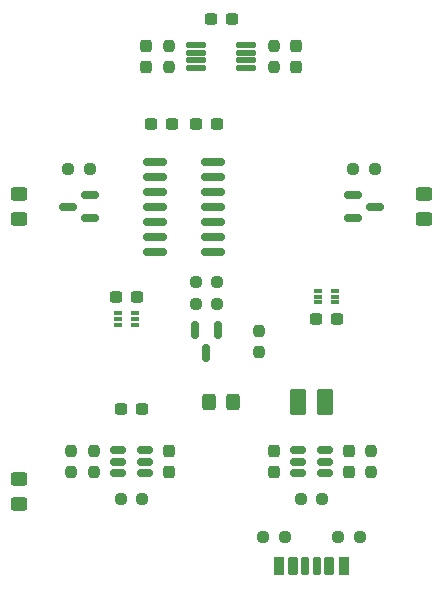
<source format=gtp>
G04 #@! TF.GenerationSoftware,KiCad,Pcbnew,9.0.0*
G04 #@! TF.CreationDate,2025-03-07T13:21:57-06:00*
G04 #@! TF.ProjectId,robo-roach-v1.0,726f626f-2d72-46f6-9163-682d76312e30,rev?*
G04 #@! TF.SameCoordinates,Original*
G04 #@! TF.FileFunction,Paste,Top*
G04 #@! TF.FilePolarity,Positive*
%FSLAX46Y46*%
G04 Gerber Fmt 4.6, Leading zero omitted, Abs format (unit mm)*
G04 Created by KiCad (PCBNEW 9.0.0) date 2025-03-07 13:21:57*
%MOMM*%
%LPD*%
G01*
G04 APERTURE LIST*
G04 Aperture macros list*
%AMRoundRect*
0 Rectangle with rounded corners*
0 $1 Rounding radius*
0 $2 $3 $4 $5 $6 $7 $8 $9 X,Y pos of 4 corners*
0 Add a 4 corners polygon primitive as box body*
4,1,4,$2,$3,$4,$5,$6,$7,$8,$9,$2,$3,0*
0 Add four circle primitives for the rounded corners*
1,1,$1+$1,$2,$3*
1,1,$1+$1,$4,$5*
1,1,$1+$1,$6,$7*
1,1,$1+$1,$8,$9*
0 Add four rect primitives between the rounded corners*
20,1,$1+$1,$2,$3,$4,$5,0*
20,1,$1+$1,$4,$5,$6,$7,0*
20,1,$1+$1,$6,$7,$8,$9,0*
20,1,$1+$1,$8,$9,$2,$3,0*%
G04 Aperture macros list end*
%ADD10RoundRect,0.225000X-0.225000X-0.575000X0.225000X-0.575000X0.225000X0.575000X-0.225000X0.575000X0*%
%ADD11RoundRect,0.200000X-0.200000X-0.600000X0.200000X-0.600000X0.200000X0.600000X-0.200000X0.600000X0*%
%ADD12RoundRect,0.175000X-0.175000X-0.625000X0.175000X-0.625000X0.175000X0.625000X-0.175000X0.625000X0*%
%ADD13RoundRect,0.087500X0.250000X0.087500X-0.250000X0.087500X-0.250000X-0.087500X0.250000X-0.087500X0*%
%ADD14RoundRect,0.237500X-0.300000X-0.237500X0.300000X-0.237500X0.300000X0.237500X-0.300000X0.237500X0*%
%ADD15RoundRect,0.150000X-0.825000X-0.150000X0.825000X-0.150000X0.825000X0.150000X-0.825000X0.150000X0*%
%ADD16RoundRect,0.237500X0.250000X0.237500X-0.250000X0.237500X-0.250000X-0.237500X0.250000X-0.237500X0*%
%ADD17RoundRect,0.237500X-0.250000X-0.237500X0.250000X-0.237500X0.250000X0.237500X-0.250000X0.237500X0*%
%ADD18RoundRect,0.237500X0.300000X0.237500X-0.300000X0.237500X-0.300000X-0.237500X0.300000X-0.237500X0*%
%ADD19RoundRect,0.237500X0.237500X-0.250000X0.237500X0.250000X-0.237500X0.250000X-0.237500X-0.250000X0*%
%ADD20RoundRect,0.237500X-0.237500X0.300000X-0.237500X-0.300000X0.237500X-0.300000X0.237500X0.300000X0*%
%ADD21RoundRect,0.237500X0.237500X-0.300000X0.237500X0.300000X-0.237500X0.300000X-0.237500X-0.300000X0*%
%ADD22RoundRect,0.150000X-0.512500X-0.150000X0.512500X-0.150000X0.512500X0.150000X-0.512500X0.150000X0*%
%ADD23RoundRect,0.125000X0.687500X0.125000X-0.687500X0.125000X-0.687500X-0.125000X0.687500X-0.125000X0*%
%ADD24RoundRect,0.087500X-0.250000X-0.087500X0.250000X-0.087500X0.250000X0.087500X-0.250000X0.087500X0*%
%ADD25RoundRect,0.237500X-0.237500X0.250000X-0.237500X-0.250000X0.237500X-0.250000X0.237500X0.250000X0*%
%ADD26RoundRect,0.150000X0.587500X0.150000X-0.587500X0.150000X-0.587500X-0.150000X0.587500X-0.150000X0*%
%ADD27RoundRect,0.150000X-0.587500X-0.150000X0.587500X-0.150000X0.587500X0.150000X-0.587500X0.150000X0*%
%ADD28RoundRect,0.150000X-0.150000X0.587500X-0.150000X-0.587500X0.150000X-0.587500X0.150000X0.587500X0*%
%ADD29RoundRect,0.250001X0.462499X0.849999X-0.462499X0.849999X-0.462499X-0.849999X0.462499X-0.849999X0*%
%ADD30RoundRect,0.250000X0.450000X-0.325000X0.450000X0.325000X-0.450000X0.325000X-0.450000X-0.325000X0*%
%ADD31RoundRect,0.250000X-0.325000X-0.450000X0.325000X-0.450000X0.325000X0.450000X-0.325000X0.450000X0*%
G04 APERTURE END LIST*
D10*
X150920000Y-129535000D03*
D11*
X152150000Y-129535000D03*
D12*
X154170000Y-129535000D03*
D10*
X156420000Y-129535000D03*
D11*
X155190000Y-129535000D03*
D12*
X153170000Y-129535000D03*
D13*
X137310000Y-109085000D03*
X137310000Y-108585000D03*
X137310000Y-108085000D03*
X138735000Y-108085000D03*
X138735000Y-108585000D03*
X138735000Y-109085000D03*
D14*
X138885000Y-106680000D03*
X137160000Y-106680000D03*
D15*
X140400000Y-95250000D03*
X140400000Y-96520000D03*
X140400000Y-97790000D03*
X140400000Y-99060000D03*
X140400000Y-100330000D03*
X140400000Y-101600000D03*
X140400000Y-102870000D03*
X145350000Y-102870000D03*
X145350000Y-101600000D03*
X145350000Y-100330000D03*
X145350000Y-99060000D03*
X145350000Y-97790000D03*
X145350000Y-96520000D03*
X145350000Y-95250000D03*
D16*
X149582500Y-127000000D03*
X151407500Y-127000000D03*
X155932500Y-127000000D03*
X157757500Y-127000000D03*
D17*
X159027500Y-95885000D03*
X157202500Y-95885000D03*
D18*
X143917500Y-92075000D03*
X145642500Y-92075000D03*
X140107500Y-92075000D03*
X141832500Y-92075000D03*
D19*
X135255000Y-119737500D03*
X135255000Y-121562500D03*
D14*
X145187500Y-83185000D03*
X146912500Y-83185000D03*
X137567500Y-116205000D03*
X139292500Y-116205000D03*
D20*
X156845000Y-119787500D03*
X156845000Y-121512500D03*
D21*
X150495000Y-121512500D03*
X150495000Y-119787500D03*
D20*
X141605000Y-119787500D03*
X141605000Y-121512500D03*
D22*
X152532500Y-119700000D03*
X152532500Y-120650000D03*
X152532500Y-121600000D03*
X154807500Y-121600000D03*
X154807500Y-120650000D03*
X154807500Y-119700000D03*
X137292500Y-119700000D03*
X137292500Y-120650000D03*
X137292500Y-121600000D03*
X139567500Y-121600000D03*
X139567500Y-120650000D03*
X139567500Y-119700000D03*
D23*
X148162500Y-87335000D03*
X148162500Y-86685000D03*
X148162500Y-86035000D03*
X148162500Y-85385000D03*
X143937500Y-85385000D03*
X143937500Y-86035000D03*
X143937500Y-86685000D03*
X143937500Y-87335000D03*
D24*
X154227500Y-106680000D03*
X154227500Y-106180000D03*
X154227500Y-107180000D03*
X155652500Y-107180000D03*
X155652500Y-106680000D03*
X155652500Y-106180000D03*
D16*
X134897500Y-95885000D03*
X133072500Y-95885000D03*
D19*
X133350000Y-121562500D03*
X133350000Y-119737500D03*
D16*
X154582500Y-123825000D03*
X152757500Y-123825000D03*
D25*
X158750000Y-119737500D03*
X158750000Y-121562500D03*
D16*
X139342500Y-123825000D03*
X137517500Y-123825000D03*
D25*
X149225000Y-109577500D03*
X149225000Y-111402500D03*
X141605000Y-85447500D03*
X141605000Y-87272500D03*
D16*
X145692500Y-107315000D03*
X143867500Y-107315000D03*
D17*
X143867500Y-105410000D03*
X145692500Y-105410000D03*
D25*
X150495000Y-85447500D03*
X150495000Y-87272500D03*
D26*
X134922500Y-100010000D03*
X134922500Y-98110000D03*
X133047500Y-99060000D03*
D27*
X157177500Y-98110000D03*
X157177500Y-100010000D03*
X159052500Y-99060000D03*
D28*
X145730000Y-109552500D03*
X143830000Y-109552500D03*
X144780000Y-111427500D03*
D29*
X154832500Y-115570000D03*
X152507500Y-115570000D03*
D30*
X128905000Y-100085000D03*
X128905000Y-98035000D03*
X163195000Y-100085000D03*
X163195000Y-98035000D03*
X128905000Y-124215000D03*
X128905000Y-122165000D03*
D31*
X145025000Y-115570000D03*
X147075000Y-115570000D03*
D20*
X139700000Y-85497500D03*
X139700000Y-87222500D03*
X152400000Y-85497500D03*
X152400000Y-87222500D03*
D18*
X155802500Y-108585000D03*
X154077500Y-108585000D03*
M02*

</source>
